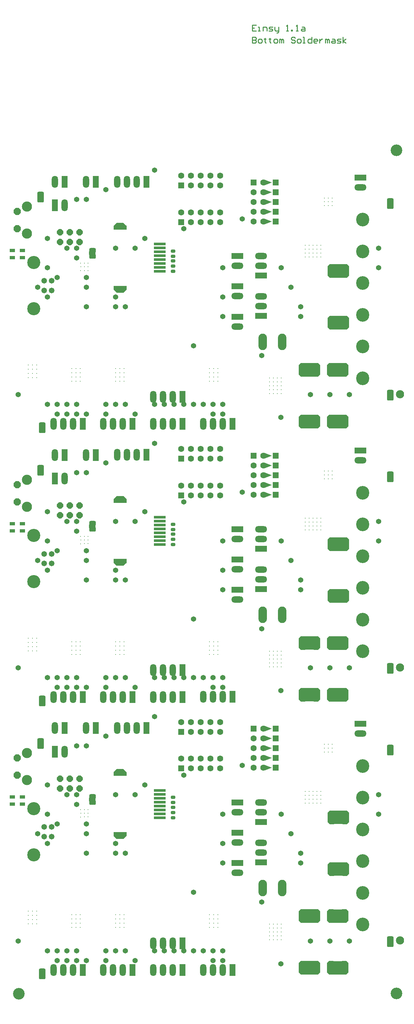
<source format=gbs>
G04 Layer_Color=16711935*
%FSLAX24Y24*%
%MOIN*%
G70*
G01*
G75*
%ADD12C,0.0100*%
%ADD148C,0.0840*%
%ADD252C,0.0631*%
G04:AMPARAMS|DCode=256|XSize=118.7mil|YSize=118.7mil|CornerRadius=59.4mil|HoleSize=0mil|Usage=FLASHONLY|Rotation=90.000|XOffset=0mil|YOffset=0mil|HoleType=Round|Shape=RoundedRectangle|*
%AMROUNDEDRECTD256*
21,1,0.1187,0.0000,0,0,90.0*
21,1,0.0000,0.1187,0,0,90.0*
1,1,0.1187,0.0000,0.0000*
1,1,0.1187,0.0000,0.0000*
1,1,0.1187,0.0000,0.0000*
1,1,0.1187,0.0000,0.0000*
%
%ADD256ROUNDEDRECTD256*%
G04:AMPARAMS|DCode=272|XSize=33.1mil|YSize=43.4mil|CornerRadius=7.8mil|HoleSize=0mil|Usage=FLASHONLY|Rotation=90.000|XOffset=0mil|YOffset=0mil|HoleType=Round|Shape=RoundedRectangle|*
%AMROUNDEDRECTD272*
21,1,0.0331,0.0277,0,0,90.0*
21,1,0.0175,0.0434,0,0,90.0*
1,1,0.0157,0.0139,0.0087*
1,1,0.0157,0.0139,-0.0087*
1,1,0.0157,-0.0139,-0.0087*
1,1,0.0157,-0.0139,0.0087*
%
%ADD272ROUNDEDRECTD272*%
G04:AMPARAMS|DCode=282|XSize=54mil|YSize=54mil|CornerRadius=27mil|HoleSize=0mil|Usage=FLASHONLY|Rotation=270.000|XOffset=0mil|YOffset=0mil|HoleType=Round|Shape=RoundedRectangle|*
%AMROUNDEDRECTD282*
21,1,0.0540,0.0000,0,0,270.0*
21,1,0.0000,0.0540,0,0,270.0*
1,1,0.0540,0.0000,0.0000*
1,1,0.0540,0.0000,0.0000*
1,1,0.0540,0.0000,0.0000*
1,1,0.0540,0.0000,0.0000*
%
%ADD282ROUNDEDRECTD282*%
%ADD317C,0.0631*%
%ADD318R,0.0631X0.0631*%
%ADD319O,0.0865X0.1690*%
%ADD320R,0.0631X0.0631*%
G04:AMPARAMS|DCode=321|XSize=137mil|YSize=87mil|CornerRadius=0mil|HoleSize=0mil|Usage=FLASHONLY|Rotation=270.000|XOffset=0mil|YOffset=0mil|HoleType=Round|Shape=Octagon|*
%AMOCTAGOND321*
4,1,8,-0.0217,-0.0685,0.0217,-0.0685,0.0435,-0.0467,0.0435,0.0467,0.0217,0.0685,-0.0217,0.0685,-0.0435,0.0467,-0.0435,-0.0467,-0.0217,-0.0685,0.0*
%
%ADD321OCTAGOND321*%

%ADD322P,0.0714X8X22.5*%
%ADD323C,0.1345*%
%ADD324C,0.0580*%
%ADD325C,0.1040*%
%ADD326P,0.0801X8X292.5*%
%ADD327O,0.1340X0.1400*%
%ADD328O,0.0640X0.1240*%
%ADD329R,0.0640X0.1240*%
%ADD330O,0.1240X0.0640*%
%ADD331R,0.1240X0.0640*%
%ADD333R,0.0704X0.0354*%
%ADD334R,0.1241X0.0280*%
G04:AMPARAMS|DCode=335|XSize=50mil|YSize=67mil|CornerRadius=13.5mil|HoleSize=0mil|Usage=FLASHONLY|Rotation=270.000|XOffset=0mil|YOffset=0mil|HoleType=Round|Shape=RoundedRectangle|*
%AMROUNDEDRECTD335*
21,1,0.0500,0.0400,0,0,270.0*
21,1,0.0230,0.0670,0,0,270.0*
1,1,0.0270,-0.0200,-0.0115*
1,1,0.0270,-0.0200,0.0115*
1,1,0.0270,0.0200,0.0115*
1,1,0.0270,0.0200,-0.0115*
%
%ADD335ROUNDEDRECTD335*%
%ADD336R,0.0532X0.0375*%
%ADD337R,0.0631X0.0631*%
G04:AMPARAMS|DCode=338|XSize=54mil|YSize=54mil|CornerRadius=27mil|HoleSize=0mil|Usage=FLASHONLY|Rotation=0.000|XOffset=0mil|YOffset=0mil|HoleType=Round|Shape=RoundedRectangle|*
%AMROUNDEDRECTD338*
21,1,0.0540,0.0000,0,0,0.0*
21,1,0.0000,0.0540,0,0,0.0*
1,1,0.0540,0.0000,0.0000*
1,1,0.0540,0.0000,0.0000*
1,1,0.0540,0.0000,0.0000*
1,1,0.0540,0.0000,0.0000*
%
%ADD338ROUNDEDRECTD338*%
%ADD339C,0.0100*%
G36*
X29754Y84438D02*
X28964Y84138D01*
X29084Y84258D01*
Y84618D01*
X28964Y84738D01*
X29754Y84438D01*
D02*
G37*
G36*
Y83438D02*
X28964Y83138D01*
X29084Y83258D01*
Y83618D01*
X28964Y83738D01*
X29754Y83438D01*
D02*
G37*
G36*
Y82438D02*
X28964Y82138D01*
X29084Y82258D01*
Y82618D01*
X28964Y82738D01*
X29754Y82438D01*
D02*
G37*
G36*
Y81438D02*
X28964Y81138D01*
X29084Y81258D01*
Y81618D01*
X28964Y81738D01*
X29754Y81438D01*
D02*
G37*
G36*
Y80438D02*
X28964Y80138D01*
X29084Y80258D01*
Y80618D01*
X28964Y80738D01*
X29754Y80438D01*
D02*
G37*
G36*
X14777Y80041D02*
X14832Y79986D01*
X14832Y79600D01*
X13494Y79600D01*
Y79986D01*
X13813Y80305D01*
X14513D01*
X14777Y80041D01*
D02*
G37*
G36*
X37017Y74667D02*
X36107D01*
Y76057D01*
X37017D01*
Y74667D01*
D02*
G37*
G36*
X14832Y73844D02*
X14832Y73458D01*
X14777Y73403D01*
X14513Y73139D01*
X13813D01*
X13494Y73458D01*
Y73844D01*
X14832Y73844D01*
D02*
G37*
G36*
X37017Y69367D02*
X36107D01*
Y70757D01*
X37017D01*
Y69367D01*
D02*
G37*
G36*
X34067Y64541D02*
X33157D01*
Y65931D01*
X34067D01*
Y64541D01*
D02*
G37*
G36*
X36967Y64537D02*
X36057D01*
Y65927D01*
X36967D01*
Y64537D01*
D02*
G37*
G36*
X34067Y59241D02*
X33157D01*
Y60631D01*
X34067D01*
Y59241D01*
D02*
G37*
G36*
X36967Y59237D02*
X36057D01*
Y60627D01*
X36967D01*
Y59237D01*
D02*
G37*
G36*
X29754Y56446D02*
X28964Y56146D01*
X29084Y56266D01*
Y56626D01*
X28964Y56746D01*
X29754Y56446D01*
D02*
G37*
G36*
Y55446D02*
X28964Y55146D01*
X29084Y55266D01*
Y55626D01*
X28964Y55746D01*
X29754Y55446D01*
D02*
G37*
G36*
Y54446D02*
X28964Y54146D01*
X29084Y54266D01*
Y54626D01*
X28964Y54746D01*
X29754Y54446D01*
D02*
G37*
G36*
Y53446D02*
X28964Y53146D01*
X29084Y53266D01*
Y53626D01*
X28964Y53746D01*
X29754Y53446D01*
D02*
G37*
G36*
Y52446D02*
X28964Y52146D01*
X29084Y52266D01*
Y52626D01*
X28964Y52746D01*
X29754Y52446D01*
D02*
G37*
G36*
X14777Y52049D02*
X14832Y51994D01*
X14832Y51608D01*
X13494Y51608D01*
Y51994D01*
X13813Y52313D01*
X14513D01*
X14777Y52049D01*
D02*
G37*
G36*
X37017Y46675D02*
X36107D01*
Y48065D01*
X37017D01*
Y46675D01*
D02*
G37*
G36*
X14832Y45852D02*
X14832Y45466D01*
X14777Y45411D01*
X14513Y45147D01*
X13813D01*
X13494Y45466D01*
Y45852D01*
X14832Y45852D01*
D02*
G37*
G36*
X37017Y41375D02*
X36107D01*
Y42765D01*
X37017D01*
Y41375D01*
D02*
G37*
G36*
X34067Y36549D02*
X33157D01*
Y37939D01*
X34067D01*
Y36549D01*
D02*
G37*
G36*
X36967Y36545D02*
X36057D01*
Y37935D01*
X36967D01*
Y36545D01*
D02*
G37*
G36*
X34067Y31249D02*
X33157D01*
Y32639D01*
X34067D01*
Y31249D01*
D02*
G37*
G36*
X36967Y31245D02*
X36057D01*
Y32635D01*
X36967D01*
Y31245D01*
D02*
G37*
G36*
X29754Y28454D02*
X28964Y28154D01*
X29084Y28274D01*
Y28634D01*
X28964Y28754D01*
X29754Y28454D01*
D02*
G37*
G36*
Y27454D02*
X28964Y27154D01*
X29084Y27274D01*
Y27634D01*
X28964Y27754D01*
X29754Y27454D01*
D02*
G37*
G36*
Y26454D02*
X28964Y26154D01*
X29084Y26274D01*
Y26634D01*
X28964Y26754D01*
X29754Y26454D01*
D02*
G37*
G36*
Y25454D02*
X28964Y25154D01*
X29084Y25274D01*
Y25634D01*
X28964Y25754D01*
X29754Y25454D01*
D02*
G37*
G36*
Y24454D02*
X28964Y24154D01*
X29084Y24274D01*
Y24634D01*
X28964Y24754D01*
X29754Y24454D01*
D02*
G37*
G36*
X14777Y24057D02*
X14832Y24002D01*
X14832Y23616D01*
X13494Y23616D01*
Y24002D01*
X13813Y24321D01*
X14513D01*
X14777Y24057D01*
D02*
G37*
G36*
X37017Y18683D02*
X36107D01*
Y20073D01*
X37017D01*
Y18683D01*
D02*
G37*
G36*
X14832Y17860D02*
X14832Y17474D01*
X14777Y17419D01*
X14513Y17155D01*
X13813D01*
X13494Y17474D01*
Y17860D01*
X14832Y17860D01*
D02*
G37*
G36*
X37017Y13383D02*
X36107D01*
Y14773D01*
X37017D01*
Y13383D01*
D02*
G37*
G36*
X34067Y8557D02*
X33157D01*
Y9947D01*
X34067D01*
Y8557D01*
D02*
G37*
G36*
X36967Y8553D02*
X36057D01*
Y9943D01*
X36967D01*
Y8553D01*
D02*
G37*
G36*
X34067Y3257D02*
X33157D01*
Y4647D01*
X34067D01*
Y3257D01*
D02*
G37*
G36*
X36967Y3253D02*
X36057D01*
Y4643D01*
X36967D01*
Y3253D01*
D02*
G37*
G54D12*
X28128Y100578D02*
X27728D01*
Y99978D01*
X28128D01*
X27728Y100278D02*
X27928D01*
X28328Y99978D02*
X28528D01*
X28428D01*
Y100378D01*
X28328D01*
X28828Y99978D02*
Y100378D01*
X29128D01*
X29228Y100278D01*
Y99978D01*
X29428D02*
X29728D01*
X29828Y100078D01*
X29728Y100178D01*
X29528D01*
X29428Y100278D01*
X29528Y100378D01*
X29828D01*
X30028D02*
Y100078D01*
X30128Y99978D01*
X30427D01*
Y99878D01*
X30328Y99778D01*
X30228D01*
X30427Y99978D02*
Y100378D01*
X31227Y99978D02*
X31427D01*
X31327D01*
Y100578D01*
X31227Y100478D01*
X31727Y99978D02*
Y100078D01*
X31827D01*
Y99978D01*
X31727D01*
X32227D02*
X32427D01*
X32327D01*
Y100578D01*
X32227Y100478D01*
X32827Y100378D02*
X33027D01*
X33127Y100278D01*
Y99978D01*
X32827D01*
X32727Y100078D01*
X32827Y100178D01*
X33127D01*
X27728Y99328D02*
Y98728D01*
X28028D01*
X28128Y98828D01*
Y98928D01*
X28028Y99028D01*
X27728D01*
X28028D01*
X28128Y99128D01*
Y99228D01*
X28028Y99328D01*
X27728D01*
X28428Y98728D02*
X28628D01*
X28728Y98828D01*
Y99028D01*
X28628Y99128D01*
X28428D01*
X28328Y99028D01*
Y98828D01*
X28428Y98728D01*
X29028Y99228D02*
Y99128D01*
X28928D01*
X29128D01*
X29028D01*
Y98828D01*
X29128Y98728D01*
X29528Y99228D02*
Y99128D01*
X29428D01*
X29628D01*
X29528D01*
Y98828D01*
X29628Y98728D01*
X30028D02*
X30228D01*
X30328Y98828D01*
Y99028D01*
X30228Y99128D01*
X30028D01*
X29928Y99028D01*
Y98828D01*
X30028Y98728D01*
X30527D02*
Y99128D01*
X30627D01*
X30727Y99028D01*
Y98728D01*
Y99028D01*
X30827Y99128D01*
X30927Y99028D01*
Y98728D01*
X32127Y99228D02*
X32027Y99328D01*
X31827D01*
X31727Y99228D01*
Y99128D01*
X31827Y99028D01*
X32027D01*
X32127Y98928D01*
Y98828D01*
X32027Y98728D01*
X31827D01*
X31727Y98828D01*
X32427Y98728D02*
X32627D01*
X32727Y98828D01*
Y99028D01*
X32627Y99128D01*
X32427D01*
X32327Y99028D01*
Y98828D01*
X32427Y98728D01*
X32927D02*
X33127D01*
X33027D01*
Y99328D01*
X32927D01*
X33826D02*
Y98728D01*
X33526D01*
X33426Y98828D01*
Y99028D01*
X33526Y99128D01*
X33826D01*
X34326Y98728D02*
X34126D01*
X34026Y98828D01*
Y99028D01*
X34126Y99128D01*
X34326D01*
X34426Y99028D01*
Y98928D01*
X34026D01*
X34626Y99128D02*
Y98728D01*
Y98928D01*
X34726Y99028D01*
X34826Y99128D01*
X34926D01*
X35226Y98728D02*
Y99128D01*
X35326D01*
X35426Y99028D01*
Y98728D01*
Y99028D01*
X35526Y99128D01*
X35626Y99028D01*
Y98728D01*
X35926Y99128D02*
X36126D01*
X36226Y99028D01*
Y98728D01*
X35926D01*
X35826Y98828D01*
X35926Y98928D01*
X36226D01*
X36426Y98728D02*
X36725D01*
X36825Y98828D01*
X36725Y98928D01*
X36525D01*
X36426Y99028D01*
X36525Y99128D01*
X36825D01*
X37025Y98728D02*
Y99328D01*
Y98928D02*
X37325Y99128D01*
X37025Y98928D02*
X37325Y98728D01*
G54D148*
X42904Y6752D02*
D03*
Y34744D02*
D03*
Y62736D02*
D03*
G54D252*
X28864Y24454D02*
D03*
Y25454D02*
D03*
Y26454D02*
D03*
Y27454D02*
D03*
Y28454D02*
D03*
Y52446D02*
D03*
Y53446D02*
D03*
Y54446D02*
D03*
Y55446D02*
D03*
Y56446D02*
D03*
Y80438D02*
D03*
Y81438D02*
D03*
Y82438D02*
D03*
Y83438D02*
D03*
Y84438D02*
D03*
G54D256*
X3789Y1289D02*
D03*
X42528Y1328D02*
D03*
Y87726D02*
D03*
G54D272*
X19598Y19338D02*
D03*
Y19874D02*
D03*
Y19870D02*
D03*
Y20405D02*
D03*
Y20884D02*
D03*
Y21419D02*
D03*
Y47330D02*
D03*
Y47866D02*
D03*
Y47862D02*
D03*
Y48397D02*
D03*
Y48876D02*
D03*
Y49411D02*
D03*
Y75323D02*
D03*
Y75858D02*
D03*
Y75854D02*
D03*
Y76389D02*
D03*
Y76868D02*
D03*
Y77403D02*
D03*
G54D282*
X16697Y22697D02*
D03*
X23697Y4697D02*
D03*
X7697D02*
D03*
X8697D02*
D03*
X9697D02*
D03*
X10697D02*
D03*
X12697D02*
D03*
X15697D02*
D03*
X24697D02*
D03*
X32697Y14697D02*
D03*
X31697Y17697D02*
D03*
X30697Y19697D02*
D03*
X21697Y5697D02*
D03*
X23697D02*
D03*
X22697D02*
D03*
X24697D02*
D03*
X17697D02*
D03*
X19697D02*
D03*
X18697D02*
D03*
X20697D02*
D03*
X9697D02*
D03*
X13697D02*
D03*
X12697D02*
D03*
X14697D02*
D03*
X3697Y6697D02*
D03*
X30667Y4377D02*
D03*
X24697Y14697D02*
D03*
X26697Y24697D02*
D03*
X7697Y5697D02*
D03*
X6697D02*
D03*
X8697D02*
D03*
X7697Y18697D02*
D03*
X6697Y19697D02*
D03*
X10697Y26697D02*
D03*
X21697Y11697D02*
D03*
X16697Y50689D02*
D03*
X23697Y32689D02*
D03*
X7697D02*
D03*
X8697D02*
D03*
X9697D02*
D03*
X10697D02*
D03*
X12697D02*
D03*
X15697D02*
D03*
X24697D02*
D03*
X32697Y42689D02*
D03*
X31697Y45689D02*
D03*
X30697Y47689D02*
D03*
X21697Y33689D02*
D03*
X23697D02*
D03*
X22697D02*
D03*
X24697D02*
D03*
X17697D02*
D03*
X19697D02*
D03*
X18697D02*
D03*
X20697D02*
D03*
X9697D02*
D03*
X13697D02*
D03*
X12697D02*
D03*
X14697D02*
D03*
X3697Y34689D02*
D03*
X30667Y32369D02*
D03*
X24697Y42689D02*
D03*
X26697Y52689D02*
D03*
X7697Y33689D02*
D03*
X6697D02*
D03*
X8697D02*
D03*
X7697Y46689D02*
D03*
X6697Y47689D02*
D03*
X10697Y54689D02*
D03*
X21697Y39689D02*
D03*
X16697Y78681D02*
D03*
X23697Y60681D02*
D03*
X7697D02*
D03*
X8697D02*
D03*
X9697D02*
D03*
X10697D02*
D03*
X12697D02*
D03*
X15697D02*
D03*
X24697D02*
D03*
X32697Y70681D02*
D03*
X31697Y73681D02*
D03*
X30697Y75681D02*
D03*
X21697Y61681D02*
D03*
X23697D02*
D03*
X22697D02*
D03*
X24697D02*
D03*
X17697D02*
D03*
X19697D02*
D03*
X18697D02*
D03*
X20697D02*
D03*
X9697D02*
D03*
X13697D02*
D03*
X12697D02*
D03*
X14697D02*
D03*
X3697Y62681D02*
D03*
X30667Y60361D02*
D03*
X24697Y70681D02*
D03*
X26697Y80681D02*
D03*
X7697Y61681D02*
D03*
X6697D02*
D03*
X8697D02*
D03*
X7697Y74681D02*
D03*
X6697Y75681D02*
D03*
X10697Y82681D02*
D03*
X21697Y67681D02*
D03*
G54D317*
X24437Y29137D02*
D03*
Y28137D02*
D03*
X23437Y29137D02*
D03*
Y28137D02*
D03*
X22437Y29137D02*
D03*
Y28137D02*
D03*
X21437Y29137D02*
D03*
Y28137D02*
D03*
X20437Y29137D02*
D03*
X27864Y27454D02*
D03*
Y26454D02*
D03*
Y25454D02*
D03*
Y24454D02*
D03*
X24437Y25387D02*
D03*
Y24387D02*
D03*
X23437Y25387D02*
D03*
Y24387D02*
D03*
X22437Y25387D02*
D03*
Y24387D02*
D03*
X21437Y25387D02*
D03*
Y24387D02*
D03*
X20437Y25387D02*
D03*
X24437Y57129D02*
D03*
Y56129D02*
D03*
X23437Y57129D02*
D03*
Y56129D02*
D03*
X22437Y57129D02*
D03*
Y56129D02*
D03*
X21437Y57129D02*
D03*
Y56129D02*
D03*
X20437Y57129D02*
D03*
X27864Y55446D02*
D03*
Y54446D02*
D03*
Y53446D02*
D03*
Y52446D02*
D03*
X24437Y53379D02*
D03*
Y52379D02*
D03*
X23437Y53379D02*
D03*
Y52379D02*
D03*
X22437Y53379D02*
D03*
Y52379D02*
D03*
X21437Y53379D02*
D03*
Y52379D02*
D03*
X20437Y53379D02*
D03*
X24437Y85121D02*
D03*
Y84121D02*
D03*
X23437Y85121D02*
D03*
Y84121D02*
D03*
X22437Y85121D02*
D03*
Y84121D02*
D03*
X21437Y85121D02*
D03*
Y84121D02*
D03*
X20437Y85121D02*
D03*
X27864Y83438D02*
D03*
Y82438D02*
D03*
Y81438D02*
D03*
Y80438D02*
D03*
X24437Y81371D02*
D03*
Y80371D02*
D03*
X23437Y81371D02*
D03*
Y80371D02*
D03*
X22437Y81371D02*
D03*
Y80371D02*
D03*
X21437Y81371D02*
D03*
Y80371D02*
D03*
X20437Y81371D02*
D03*
G54D318*
Y28137D02*
D03*
Y24387D02*
D03*
Y56129D02*
D03*
Y52379D02*
D03*
Y84121D02*
D03*
Y80371D02*
D03*
G54D319*
X30807Y12127D02*
D03*
X28807D02*
D03*
X30807Y40119D02*
D03*
X28807D02*
D03*
X30807Y68111D02*
D03*
X28807D02*
D03*
G54D320*
X27864Y28454D02*
D03*
Y56446D02*
D03*
Y84438D02*
D03*
G54D321*
X34286Y9251D02*
D03*
X32946D02*
D03*
Y3951D02*
D03*
X34286D02*
D03*
X35897Y19377D02*
D03*
X37237D02*
D03*
Y14077D02*
D03*
X35897D02*
D03*
X37187Y9247D02*
D03*
X35847D02*
D03*
Y3947D02*
D03*
X37187D02*
D03*
X34286Y37243D02*
D03*
X32946D02*
D03*
Y31943D02*
D03*
X34286D02*
D03*
X35897Y47369D02*
D03*
X37237D02*
D03*
Y42069D02*
D03*
X35897D02*
D03*
X37187Y37239D02*
D03*
X35847D02*
D03*
Y31939D02*
D03*
X37187D02*
D03*
X34286Y65235D02*
D03*
X32946D02*
D03*
Y59935D02*
D03*
X34286D02*
D03*
X35897Y75361D02*
D03*
X37237D02*
D03*
Y70061D02*
D03*
X35897D02*
D03*
X37187Y65231D02*
D03*
X35847D02*
D03*
Y59931D02*
D03*
X37187D02*
D03*
G54D322*
X10022Y23342D02*
D03*
Y22342D02*
D03*
X9022Y23342D02*
D03*
Y22342D02*
D03*
X8022Y23342D02*
D03*
Y22342D02*
D03*
X10022Y51335D02*
D03*
Y50335D02*
D03*
X9022Y51335D02*
D03*
Y50335D02*
D03*
X8022Y51335D02*
D03*
Y50335D02*
D03*
X10022Y79327D02*
D03*
Y78327D02*
D03*
X9022Y79327D02*
D03*
Y78327D02*
D03*
X8022Y79327D02*
D03*
Y78327D02*
D03*
G54D323*
X5295Y15524D02*
D03*
Y20256D02*
D03*
Y43516D02*
D03*
Y48248D02*
D03*
Y71508D02*
D03*
Y76240D02*
D03*
G54D324*
X6365Y17394D02*
D03*
Y18386D02*
D03*
X7155D02*
D03*
Y17394D02*
D03*
X6365Y45386D02*
D03*
Y46378D02*
D03*
X7155D02*
D03*
Y45386D02*
D03*
X6365Y73378D02*
D03*
Y74370D02*
D03*
X7155D02*
D03*
Y73378D02*
D03*
G54D325*
X4604Y23207D02*
D03*
Y25967D02*
D03*
Y51199D02*
D03*
Y53959D02*
D03*
Y79191D02*
D03*
Y81951D02*
D03*
G54D326*
X3624Y23697D02*
D03*
Y25477D02*
D03*
Y51689D02*
D03*
Y53469D02*
D03*
Y79681D02*
D03*
Y81461D02*
D03*
G54D327*
X39067Y24642D02*
D03*
Y21392D02*
D03*
Y18142D02*
D03*
Y14892D02*
D03*
Y11642D02*
D03*
Y8392D02*
D03*
Y52634D02*
D03*
Y49384D02*
D03*
Y46134D02*
D03*
Y42884D02*
D03*
Y39634D02*
D03*
Y36384D02*
D03*
Y80626D02*
D03*
Y77376D02*
D03*
Y74126D02*
D03*
Y70876D02*
D03*
Y67626D02*
D03*
Y64376D02*
D03*
G54D328*
X7339Y3719D02*
D03*
X8339D02*
D03*
X9339D02*
D03*
X12457D02*
D03*
X13457D02*
D03*
X14457D02*
D03*
X17576Y6475D02*
D03*
X18576D02*
D03*
X19576D02*
D03*
X17576Y3719D02*
D03*
X18576D02*
D03*
X19576D02*
D03*
X22698Y3723D02*
D03*
X23698D02*
D03*
X24698D02*
D03*
X13859Y28524D02*
D03*
X14859D02*
D03*
X15859D02*
D03*
X8469Y26109D02*
D03*
X7469Y28519D02*
D03*
X10679D02*
D03*
X7339Y31711D02*
D03*
X8339D02*
D03*
X9339D02*
D03*
X12457D02*
D03*
X13457D02*
D03*
X14457D02*
D03*
X17576Y34467D02*
D03*
X18576D02*
D03*
X19576D02*
D03*
X17576Y31711D02*
D03*
X18576D02*
D03*
X19576D02*
D03*
X22698Y31715D02*
D03*
X23698D02*
D03*
X24698D02*
D03*
X13859Y56516D02*
D03*
X14859D02*
D03*
X15859D02*
D03*
X8469Y54102D02*
D03*
X7469Y56512D02*
D03*
X10679D02*
D03*
X7339Y59704D02*
D03*
X8339D02*
D03*
X9339D02*
D03*
X12457D02*
D03*
X13457D02*
D03*
X14457D02*
D03*
X17576Y62460D02*
D03*
X18576D02*
D03*
X19576D02*
D03*
X17576Y59704D02*
D03*
X18576D02*
D03*
X19576D02*
D03*
X22698Y59708D02*
D03*
X23698D02*
D03*
X24698D02*
D03*
X13859Y84508D02*
D03*
X14859D02*
D03*
X15859D02*
D03*
X8469Y82094D02*
D03*
X7469Y84504D02*
D03*
X10679D02*
D03*
G54D329*
X10339Y3719D02*
D03*
X15457D02*
D03*
X20576Y6475D02*
D03*
Y3719D02*
D03*
X25698Y3723D02*
D03*
X16859Y28524D02*
D03*
X7469Y26109D02*
D03*
X8469Y28519D02*
D03*
X11679D02*
D03*
X10339Y31711D02*
D03*
X15457D02*
D03*
X20576Y34467D02*
D03*
Y31711D02*
D03*
X25698Y31715D02*
D03*
X16859Y56516D02*
D03*
X7469Y54102D02*
D03*
X8469Y56512D02*
D03*
X11679D02*
D03*
X10339Y59704D02*
D03*
X15457D02*
D03*
X20576Y62460D02*
D03*
Y59704D02*
D03*
X25698Y59708D02*
D03*
X16859Y84508D02*
D03*
X7469Y82094D02*
D03*
X8469Y84504D02*
D03*
X11679D02*
D03*
G54D330*
X26201Y19913D02*
D03*
Y16803D02*
D03*
Y13693D02*
D03*
X38847Y27957D02*
D03*
X28637Y20907D02*
D03*
Y19907D02*
D03*
X28627Y16767D02*
D03*
Y15767D02*
D03*
X26201Y47906D02*
D03*
Y44795D02*
D03*
Y41685D02*
D03*
X38847Y55949D02*
D03*
X28637Y48899D02*
D03*
Y47899D02*
D03*
X28627Y44759D02*
D03*
Y43759D02*
D03*
X26201Y75898D02*
D03*
Y72787D02*
D03*
Y69677D02*
D03*
X38847Y83941D02*
D03*
X28637Y76891D02*
D03*
Y75891D02*
D03*
X28627Y72751D02*
D03*
Y71751D02*
D03*
G54D331*
X26201Y20913D02*
D03*
Y17803D02*
D03*
Y14693D02*
D03*
X38847Y28957D02*
D03*
X28637Y18907D02*
D03*
X28627Y14767D02*
D03*
X26201Y48906D02*
D03*
Y45795D02*
D03*
Y42685D02*
D03*
X38847Y56949D02*
D03*
X28637Y46899D02*
D03*
X28627Y42759D02*
D03*
X26201Y76898D02*
D03*
Y73787D02*
D03*
Y70677D02*
D03*
X38847Y84941D02*
D03*
X28637Y74891D02*
D03*
X28627Y70751D02*
D03*
G54D333*
X11321Y21201D02*
D03*
X41919Y6624D02*
D03*
X5992Y26939D02*
D03*
X6172Y3329D02*
D03*
X41912Y26279D02*
D03*
X11321Y49193D02*
D03*
X41919Y34616D02*
D03*
X5992Y54931D02*
D03*
X6172Y31321D02*
D03*
X41912Y54271D02*
D03*
X11321Y77185D02*
D03*
X41919Y62608D02*
D03*
X5992Y82923D02*
D03*
X6172Y59313D02*
D03*
X41912Y82263D02*
D03*
G54D334*
X18230Y19332D02*
D03*
Y20537D02*
D03*
Y20939D02*
D03*
Y21340D02*
D03*
Y21742D02*
D03*
Y22143D02*
D03*
Y20136D02*
D03*
Y19734D02*
D03*
Y47324D02*
D03*
Y48529D02*
D03*
Y48931D02*
D03*
Y49332D02*
D03*
Y49734D02*
D03*
Y50136D02*
D03*
Y48128D02*
D03*
Y47726D02*
D03*
Y75317D02*
D03*
Y76521D02*
D03*
Y76923D02*
D03*
Y77324D02*
D03*
Y77726D02*
D03*
Y78128D02*
D03*
Y76120D02*
D03*
Y75718D02*
D03*
G54D335*
X11329Y20891D02*
D03*
Y21491D02*
D03*
X41911Y6934D02*
D03*
Y6334D02*
D03*
X5999Y27229D02*
D03*
Y26629D02*
D03*
X6179Y3619D02*
D03*
Y3019D02*
D03*
X41919Y26569D02*
D03*
Y25969D02*
D03*
X11329Y48883D02*
D03*
Y49483D02*
D03*
X41911Y34926D02*
D03*
Y34326D02*
D03*
X5999Y55222D02*
D03*
Y54622D02*
D03*
X6179Y31611D02*
D03*
Y31012D02*
D03*
X41919Y54562D02*
D03*
Y53962D02*
D03*
X11329Y76875D02*
D03*
Y77475D02*
D03*
X41911Y62918D02*
D03*
Y62318D02*
D03*
X5999Y83214D02*
D03*
Y82614D02*
D03*
X6179Y59604D02*
D03*
Y59004D02*
D03*
X41919Y82554D02*
D03*
Y81954D02*
D03*
G54D336*
X3119Y21464D02*
D03*
Y20735D02*
D03*
X4139Y21464D02*
D03*
Y20735D02*
D03*
X3119Y49456D02*
D03*
Y48727D02*
D03*
X4139Y49456D02*
D03*
Y48727D02*
D03*
X3119Y77448D02*
D03*
Y76719D02*
D03*
X4139Y77448D02*
D03*
Y76719D02*
D03*
G54D337*
X30144Y24454D02*
D03*
Y25454D02*
D03*
Y26454D02*
D03*
Y27454D02*
D03*
Y28454D02*
D03*
Y52446D02*
D03*
Y53446D02*
D03*
Y54446D02*
D03*
Y55446D02*
D03*
Y56446D02*
D03*
Y80438D02*
D03*
Y81438D02*
D03*
Y82438D02*
D03*
Y83438D02*
D03*
Y84438D02*
D03*
G54D338*
X37697Y6697D02*
D03*
X35697D02*
D03*
X33697D02*
D03*
X17697Y29697D02*
D03*
X5697Y17697D02*
D03*
X6697Y16697D02*
D03*
X9697Y21697D02*
D03*
X6697Y22697D02*
D03*
X8697Y21697D02*
D03*
X9697Y20697D02*
D03*
X12707Y27697D02*
D03*
X9697Y26697D02*
D03*
X15697Y21697D02*
D03*
X20697Y23697D02*
D03*
X13697Y21697D02*
D03*
X24697Y19697D02*
D03*
Y16697D02*
D03*
X32697Y15697D02*
D03*
X40697Y19697D02*
D03*
X28697Y10697D02*
D03*
X40697Y21697D02*
D03*
X10697Y15697D02*
D03*
Y17697D02*
D03*
Y18697D02*
D03*
X13697Y16697D02*
D03*
X14697Y15697D02*
D03*
X13697D02*
D03*
X37697Y34689D02*
D03*
X35697D02*
D03*
X33697D02*
D03*
X17697Y57689D02*
D03*
X5697Y45689D02*
D03*
X6697Y44689D02*
D03*
X9697Y49689D02*
D03*
X6697Y50689D02*
D03*
X8697Y49689D02*
D03*
X9697Y48689D02*
D03*
X12707Y55689D02*
D03*
X9697Y54689D02*
D03*
X15697Y49689D02*
D03*
X20697Y51689D02*
D03*
X13697Y49689D02*
D03*
X24697Y47689D02*
D03*
Y44689D02*
D03*
X32697Y43689D02*
D03*
X40697Y47689D02*
D03*
X28697Y38689D02*
D03*
X40697Y49689D02*
D03*
X10697Y43689D02*
D03*
Y45689D02*
D03*
Y46689D02*
D03*
X13697Y44689D02*
D03*
X14697Y43689D02*
D03*
X13697D02*
D03*
X37697Y62681D02*
D03*
X35697D02*
D03*
X33697D02*
D03*
X17697Y85681D02*
D03*
X5697Y73681D02*
D03*
X6697Y72681D02*
D03*
X9697Y77681D02*
D03*
X6697Y78681D02*
D03*
X8697Y77681D02*
D03*
X9697Y76681D02*
D03*
X12707Y83681D02*
D03*
X9697Y82681D02*
D03*
X15697Y77681D02*
D03*
X20697Y79681D02*
D03*
X13697Y77681D02*
D03*
X24697Y75681D02*
D03*
Y72681D02*
D03*
X32697Y71681D02*
D03*
X40697Y75681D02*
D03*
X28697Y66681D02*
D03*
X40697Y77681D02*
D03*
X10697Y71681D02*
D03*
Y73681D02*
D03*
Y74681D02*
D03*
X13697Y72681D02*
D03*
X14697Y71681D02*
D03*
X13697D02*
D03*
G54D339*
X5173Y9747D02*
D03*
X5606D02*
D03*
X4740Y9314D02*
D03*
X5173D02*
D03*
X5606D02*
D03*
X4740Y8881D02*
D03*
X5173D02*
D03*
X5606D02*
D03*
X4740Y8448D02*
D03*
X5173D02*
D03*
X5606D02*
D03*
X4740Y9747D02*
D03*
X9647Y9387D02*
D03*
X10080D02*
D03*
X9214Y8954D02*
D03*
X9647D02*
D03*
X10080D02*
D03*
X9214Y8521D02*
D03*
X9647D02*
D03*
X10080D02*
D03*
X9214Y8088D02*
D03*
X9647D02*
D03*
X10080D02*
D03*
X9214Y9387D02*
D03*
X14147D02*
D03*
X14580D02*
D03*
X13714Y8954D02*
D03*
X14147D02*
D03*
X14580D02*
D03*
X13714Y8521D02*
D03*
X14147D02*
D03*
X14580D02*
D03*
X13714Y8088D02*
D03*
X14147D02*
D03*
X14580D02*
D03*
X13714Y9387D02*
D03*
X23787D02*
D03*
X24220D02*
D03*
X23354Y8954D02*
D03*
X23787D02*
D03*
X24220D02*
D03*
X23354Y8521D02*
D03*
X23787D02*
D03*
X24220D02*
D03*
X23354Y8088D02*
D03*
X23787D02*
D03*
X24220D02*
D03*
X23354Y9387D02*
D03*
X10871Y20171D02*
D03*
Y19797D02*
D03*
Y19423D02*
D03*
X10497D02*
D03*
X10123Y19413D02*
D03*
X10125Y19797D02*
D03*
X10120Y20174D02*
D03*
X10497Y20171D02*
D03*
Y19797D02*
D03*
X34358Y20825D02*
D03*
X34758D02*
D03*
Y21225D02*
D03*
X34358D02*
D03*
Y21625D02*
D03*
X34758D02*
D03*
Y22025D02*
D03*
X34358D02*
D03*
X33558D02*
D03*
X33158D02*
D03*
Y21625D02*
D03*
X33558D02*
D03*
Y21225D02*
D03*
X33158D02*
D03*
Y20825D02*
D03*
X33558D02*
D03*
X33958D02*
D03*
Y21225D02*
D03*
Y22025D02*
D03*
Y21625D02*
D03*
X29905Y7614D02*
D03*
X29505D02*
D03*
X30305D02*
D03*
X30705D02*
D03*
Y7214D02*
D03*
Y6814D02*
D03*
X30305D02*
D03*
Y7214D02*
D03*
X29905D02*
D03*
Y6814D02*
D03*
X29505D02*
D03*
Y7214D02*
D03*
Y8014D02*
D03*
Y8414D02*
D03*
X29905D02*
D03*
Y8014D02*
D03*
X30305D02*
D03*
Y8414D02*
D03*
X30705D02*
D03*
Y8014D02*
D03*
X35150Y26069D02*
D03*
X35544D02*
D03*
X35937D02*
D03*
Y26463D02*
D03*
Y26856D02*
D03*
X35544D02*
D03*
X35150D02*
D03*
Y26463D02*
D03*
X35544D02*
D03*
X5173Y37739D02*
D03*
X5606D02*
D03*
X4740Y37306D02*
D03*
X5173D02*
D03*
X5606D02*
D03*
X4740Y36873D02*
D03*
X5173D02*
D03*
X5606D02*
D03*
X4740Y36440D02*
D03*
X5173D02*
D03*
X5606D02*
D03*
X4740Y37739D02*
D03*
X9647Y37379D02*
D03*
X10080D02*
D03*
X9214Y36946D02*
D03*
X9647D02*
D03*
X10080D02*
D03*
X9214Y36513D02*
D03*
X9647D02*
D03*
X10080D02*
D03*
X9214Y36080D02*
D03*
X9647D02*
D03*
X10080D02*
D03*
X9214Y37379D02*
D03*
X14147D02*
D03*
X14580D02*
D03*
X13714Y36946D02*
D03*
X14147D02*
D03*
X14580D02*
D03*
X13714Y36513D02*
D03*
X14147D02*
D03*
X14580D02*
D03*
X13714Y36080D02*
D03*
X14147D02*
D03*
X14580D02*
D03*
X13714Y37379D02*
D03*
X23787D02*
D03*
X24220D02*
D03*
X23354Y36946D02*
D03*
X23787D02*
D03*
X24220D02*
D03*
X23354Y36513D02*
D03*
X23787D02*
D03*
X24220D02*
D03*
X23354Y36080D02*
D03*
X23787D02*
D03*
X24220D02*
D03*
X23354Y37379D02*
D03*
X10871Y48163D02*
D03*
Y47789D02*
D03*
Y47415D02*
D03*
X10497D02*
D03*
X10123Y47405D02*
D03*
X10125Y47789D02*
D03*
X10120Y48167D02*
D03*
X10497Y48163D02*
D03*
Y47789D02*
D03*
X34358Y48817D02*
D03*
X34758D02*
D03*
Y49217D02*
D03*
X34358D02*
D03*
Y49617D02*
D03*
X34758D02*
D03*
Y50017D02*
D03*
X34358D02*
D03*
X33558D02*
D03*
X33158D02*
D03*
Y49617D02*
D03*
X33558D02*
D03*
Y49217D02*
D03*
X33158D02*
D03*
Y48817D02*
D03*
X33558D02*
D03*
X33958D02*
D03*
Y49217D02*
D03*
Y50017D02*
D03*
Y49617D02*
D03*
X29905Y35606D02*
D03*
X29505D02*
D03*
X30305D02*
D03*
X30705D02*
D03*
Y35206D02*
D03*
Y34806D02*
D03*
X30305D02*
D03*
Y35206D02*
D03*
X29905D02*
D03*
Y34806D02*
D03*
X29505D02*
D03*
Y35206D02*
D03*
Y36006D02*
D03*
Y36406D02*
D03*
X29905D02*
D03*
Y36006D02*
D03*
X30305D02*
D03*
Y36406D02*
D03*
X30705D02*
D03*
Y36006D02*
D03*
X35150Y54061D02*
D03*
X35544D02*
D03*
X35937D02*
D03*
Y54455D02*
D03*
Y54848D02*
D03*
X35544D02*
D03*
X35150D02*
D03*
Y54455D02*
D03*
X35544D02*
D03*
X5173Y65731D02*
D03*
X5606D02*
D03*
X4740Y65298D02*
D03*
X5173D02*
D03*
X5606D02*
D03*
X4740Y64865D02*
D03*
X5173D02*
D03*
X5606D02*
D03*
X4740Y64432D02*
D03*
X5173D02*
D03*
X5606D02*
D03*
X4740Y65731D02*
D03*
X9647Y65371D02*
D03*
X10080D02*
D03*
X9214Y64938D02*
D03*
X9647D02*
D03*
X10080D02*
D03*
X9214Y64505D02*
D03*
X9647D02*
D03*
X10080D02*
D03*
X9214Y64072D02*
D03*
X9647D02*
D03*
X10080D02*
D03*
X9214Y65371D02*
D03*
X14147D02*
D03*
X14580D02*
D03*
X13714Y64938D02*
D03*
X14147D02*
D03*
X14580D02*
D03*
X13714Y64505D02*
D03*
X14147D02*
D03*
X14580D02*
D03*
X13714Y64072D02*
D03*
X14147D02*
D03*
X14580D02*
D03*
X13714Y65371D02*
D03*
X23787D02*
D03*
X24220D02*
D03*
X23354Y64938D02*
D03*
X23787D02*
D03*
X24220D02*
D03*
X23354Y64505D02*
D03*
X23787D02*
D03*
X24220D02*
D03*
X23354Y64072D02*
D03*
X23787D02*
D03*
X24220D02*
D03*
X23354Y65371D02*
D03*
X10871Y76155D02*
D03*
Y75781D02*
D03*
Y75407D02*
D03*
X10497D02*
D03*
X10123Y75397D02*
D03*
X10125Y75781D02*
D03*
X10120Y76159D02*
D03*
X10497Y76155D02*
D03*
Y75781D02*
D03*
X34358Y76809D02*
D03*
X34758D02*
D03*
Y77209D02*
D03*
X34358D02*
D03*
Y77609D02*
D03*
X34758D02*
D03*
Y78009D02*
D03*
X34358D02*
D03*
X33558D02*
D03*
X33158D02*
D03*
Y77609D02*
D03*
X33558D02*
D03*
Y77209D02*
D03*
X33158D02*
D03*
Y76809D02*
D03*
X33558D02*
D03*
X33958D02*
D03*
Y77209D02*
D03*
Y78009D02*
D03*
Y77609D02*
D03*
X29905Y63598D02*
D03*
X29505D02*
D03*
X30305D02*
D03*
X30705D02*
D03*
Y63198D02*
D03*
Y62798D02*
D03*
X30305D02*
D03*
Y63198D02*
D03*
X29905D02*
D03*
Y62798D02*
D03*
X29505D02*
D03*
Y63198D02*
D03*
Y63998D02*
D03*
Y64398D02*
D03*
X29905D02*
D03*
Y63998D02*
D03*
X30305D02*
D03*
Y64398D02*
D03*
X30705D02*
D03*
Y63998D02*
D03*
X35150Y82053D02*
D03*
X35544D02*
D03*
X35937D02*
D03*
Y82447D02*
D03*
Y82841D02*
D03*
X35544D02*
D03*
X35150D02*
D03*
Y82447D02*
D03*
X35544D02*
D03*
M02*

</source>
